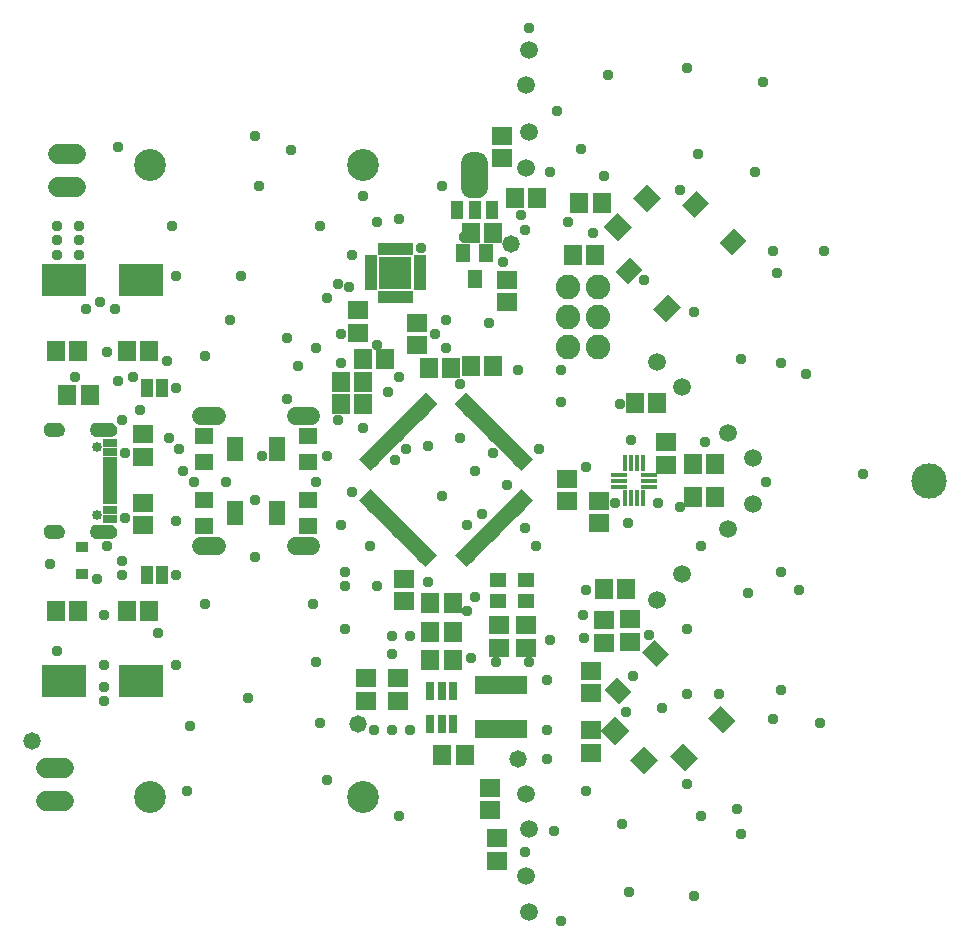
<source format=gbr>
G04 EAGLE Gerber RS-274X export*
G75*
%MOMM*%
%FSLAX34Y34*%
%LPD*%
%INSoldermask Top*%
%IPPOS*%
%AMOC8*
5,1,8,0,0,1.08239X$1,22.5*%
G01*
%ADD10R,1.503200X1.703200*%
%ADD11R,1.703200X1.503200*%
%ADD12C,1.511200*%
%ADD13C,2.703200*%
%ADD14R,0.453200X1.453200*%
%ADD15R,1.453200X0.453200*%
%ADD16R,1.403200X2.003200*%
%ADD17R,1.603200X1.403200*%
%ADD18C,1.511200*%
%ADD19R,1.203200X0.503200*%
%ADD20R,1.203200X0.803200*%
%ADD21C,0.853200*%
%ADD22R,1.803200X1.503200*%
%ADD23R,1.503200X1.803200*%
%ADD24R,3.703200X2.703200*%
%ADD25C,1.727200*%
%ADD26R,0.753200X1.553200*%
%ADD27R,4.403200X1.603200*%
%ADD28R,1.203200X1.603200*%
%ADD29R,1.003200X1.603200*%
%ADD30R,1.000000X1.600000*%
%ADD31C,1.473200*%
%ADD32C,3.003200*%
%ADD33R,1.703200X1.703200*%
%ADD34C,2.082800*%
%ADD35R,1.033200X0.833200*%
%ADD36R,1.403200X1.303200*%
%ADD37R,1.503200X1.753200*%
%ADD38R,1.397000X0.508000*%
%ADD39R,1.003200X0.473200*%
%ADD40R,0.503200X1.053200*%
%ADD41R,1.053200X0.503200*%
%ADD42R,2.753200X2.753200*%
%ADD43C,0.959600*%

G36*
X377738Y639241D02*
X377738Y639241D01*
X378072Y639251D01*
X378149Y639261D01*
X378227Y639265D01*
X378558Y639313D01*
X378890Y639356D01*
X378966Y639373D01*
X379043Y639384D01*
X379368Y639465D01*
X379693Y639539D01*
X379767Y639564D01*
X379843Y639582D01*
X380159Y639694D01*
X380476Y639799D01*
X380547Y639831D01*
X380620Y639857D01*
X380924Y639998D01*
X381229Y640134D01*
X381297Y640172D01*
X381367Y640205D01*
X381656Y640376D01*
X381946Y640540D01*
X382010Y640585D01*
X382077Y640625D01*
X382348Y640822D01*
X382621Y641014D01*
X382680Y641065D01*
X382743Y641111D01*
X382993Y641334D01*
X383246Y641551D01*
X383300Y641607D01*
X383359Y641659D01*
X383586Y641905D01*
X383817Y642146D01*
X383865Y642207D01*
X383918Y642265D01*
X384120Y642530D01*
X384327Y642794D01*
X384369Y642859D01*
X384416Y642921D01*
X384591Y643206D01*
X384772Y643487D01*
X384808Y643557D01*
X384849Y643623D01*
X384995Y643923D01*
X385148Y644221D01*
X385177Y644294D01*
X385211Y644364D01*
X385328Y644677D01*
X385451Y644988D01*
X385472Y645063D01*
X385500Y645136D01*
X385586Y645459D01*
X385678Y645780D01*
X385692Y645857D01*
X385712Y645932D01*
X385767Y646262D01*
X385827Y646591D01*
X385832Y646654D01*
X385847Y646746D01*
X385902Y647568D01*
X385899Y647661D01*
X385903Y647724D01*
X385903Y669474D01*
X385887Y669808D01*
X385877Y670142D01*
X385867Y670219D01*
X385863Y670297D01*
X385815Y670628D01*
X385772Y670960D01*
X385755Y671036D01*
X385744Y671113D01*
X385663Y671438D01*
X385589Y671763D01*
X385564Y671837D01*
X385546Y671913D01*
X385434Y672229D01*
X385329Y672546D01*
X385297Y672617D01*
X385271Y672690D01*
X385130Y672994D01*
X384994Y673299D01*
X384956Y673367D01*
X384923Y673437D01*
X384752Y673726D01*
X384588Y674016D01*
X384543Y674080D01*
X384503Y674147D01*
X384306Y674418D01*
X384114Y674691D01*
X384063Y674750D01*
X384017Y674813D01*
X383794Y675063D01*
X383577Y675316D01*
X383521Y675370D01*
X383469Y675429D01*
X383223Y675656D01*
X382982Y675887D01*
X382921Y675935D01*
X382863Y675988D01*
X382598Y676190D01*
X382335Y676397D01*
X382269Y676439D01*
X382207Y676486D01*
X381922Y676661D01*
X381641Y676842D01*
X381571Y676878D01*
X381505Y676919D01*
X381205Y677065D01*
X380907Y677218D01*
X380834Y677247D01*
X380764Y677281D01*
X380451Y677398D01*
X380140Y677521D01*
X380065Y677542D01*
X379992Y677570D01*
X379669Y677656D01*
X379348Y677748D01*
X379271Y677762D01*
X379196Y677782D01*
X378866Y677837D01*
X378537Y677897D01*
X378474Y677902D01*
X378382Y677917D01*
X377560Y677972D01*
X377467Y677969D01*
X377404Y677973D01*
X372154Y677973D01*
X371820Y677957D01*
X371486Y677947D01*
X371409Y677937D01*
X371331Y677933D01*
X371000Y677885D01*
X370668Y677842D01*
X370592Y677825D01*
X370515Y677814D01*
X370190Y677733D01*
X369865Y677659D01*
X369791Y677634D01*
X369715Y677616D01*
X369399Y677504D01*
X369082Y677399D01*
X369011Y677367D01*
X368938Y677341D01*
X368634Y677200D01*
X368329Y677064D01*
X368261Y677026D01*
X368191Y676993D01*
X367902Y676822D01*
X367612Y676658D01*
X367548Y676613D01*
X367481Y676573D01*
X367210Y676376D01*
X366937Y676184D01*
X366878Y676133D01*
X366815Y676087D01*
X366565Y675864D01*
X366312Y675647D01*
X366258Y675591D01*
X366200Y675539D01*
X365972Y675293D01*
X365741Y675052D01*
X365693Y674991D01*
X365640Y674933D01*
X365438Y674668D01*
X365231Y674405D01*
X365189Y674339D01*
X365142Y674277D01*
X364967Y673992D01*
X364786Y673711D01*
X364750Y673641D01*
X364709Y673575D01*
X364563Y673275D01*
X364410Y672977D01*
X364382Y672904D01*
X364347Y672834D01*
X364230Y672521D01*
X364107Y672210D01*
X364086Y672135D01*
X364058Y672062D01*
X363972Y671739D01*
X363880Y671418D01*
X363866Y671341D01*
X363846Y671266D01*
X363791Y670936D01*
X363731Y670607D01*
X363726Y670544D01*
X363711Y670452D01*
X363656Y669630D01*
X363659Y669537D01*
X363655Y669474D01*
X363655Y647724D01*
X363671Y647390D01*
X363681Y647056D01*
X363691Y646979D01*
X363695Y646901D01*
X363743Y646570D01*
X363786Y646238D01*
X363803Y646162D01*
X363814Y646085D01*
X363895Y645760D01*
X363969Y645435D01*
X363994Y645361D01*
X364012Y645285D01*
X364124Y644969D01*
X364229Y644652D01*
X364261Y644581D01*
X364287Y644508D01*
X364428Y644204D01*
X364564Y643899D01*
X364602Y643831D01*
X364635Y643761D01*
X364806Y643472D01*
X364970Y643182D01*
X365015Y643118D01*
X365055Y643051D01*
X365252Y642780D01*
X365444Y642507D01*
X365495Y642448D01*
X365541Y642385D01*
X365764Y642135D01*
X365981Y641882D01*
X366037Y641828D01*
X366089Y641770D01*
X366335Y641542D01*
X366576Y641311D01*
X366637Y641263D01*
X366695Y641210D01*
X366960Y641008D01*
X367224Y640801D01*
X367289Y640759D01*
X367351Y640712D01*
X367636Y640537D01*
X367917Y640356D01*
X367987Y640320D01*
X368053Y640279D01*
X368353Y640133D01*
X368651Y639980D01*
X368724Y639952D01*
X368794Y639917D01*
X369107Y639800D01*
X369418Y639677D01*
X369493Y639656D01*
X369566Y639628D01*
X369889Y639542D01*
X370210Y639450D01*
X370287Y639436D01*
X370362Y639416D01*
X370692Y639361D01*
X371021Y639301D01*
X371084Y639296D01*
X371176Y639281D01*
X371998Y639226D01*
X372091Y639229D01*
X372154Y639225D01*
X377404Y639225D01*
X377738Y639241D01*
G37*
G36*
X66805Y437154D02*
X66805Y437154D01*
X66807Y437151D01*
X68087Y437346D01*
X68093Y437352D01*
X68097Y437349D01*
X69301Y437824D01*
X69306Y437831D01*
X69311Y437829D01*
X70379Y438560D01*
X70382Y438567D01*
X70388Y438567D01*
X71267Y439517D01*
X71267Y439525D01*
X71273Y439526D01*
X71918Y440647D01*
X71917Y440656D01*
X71923Y440658D01*
X72302Y441895D01*
X72300Y441903D01*
X72304Y441906D01*
X72399Y443196D01*
X72396Y443201D01*
X72399Y443203D01*
X72332Y444334D01*
X72327Y444339D01*
X72331Y444343D01*
X72044Y445440D01*
X72038Y445444D01*
X72041Y445449D01*
X71546Y446468D01*
X71540Y446471D01*
X71541Y446476D01*
X70857Y447379D01*
X70850Y447381D01*
X70850Y447386D01*
X70003Y448139D01*
X69996Y448139D01*
X69995Y448144D01*
X69018Y448717D01*
X69011Y448716D01*
X69009Y448721D01*
X67938Y449092D01*
X67932Y449089D01*
X67929Y449094D01*
X66807Y449249D01*
X66802Y449246D01*
X66800Y449249D01*
X54800Y449249D01*
X54795Y449246D01*
X54792Y449249D01*
X53525Y449044D01*
X53519Y449038D01*
X53515Y449041D01*
X52325Y448559D01*
X52321Y448552D01*
X52315Y448554D01*
X51262Y447820D01*
X51260Y447812D01*
X51254Y447813D01*
X50391Y446863D01*
X50390Y446854D01*
X50385Y446854D01*
X49755Y445735D01*
X49756Y445727D01*
X49750Y445725D01*
X49385Y444495D01*
X49388Y444487D01*
X49383Y444484D01*
X49301Y443203D01*
X49304Y443199D01*
X49301Y443197D01*
X49383Y441916D01*
X49389Y441910D01*
X49385Y441905D01*
X49750Y440675D01*
X49757Y440670D01*
X49755Y440665D01*
X50385Y439546D01*
X50392Y439543D01*
X50391Y439537D01*
X51254Y438587D01*
X51262Y438586D01*
X51262Y438580D01*
X52315Y437846D01*
X52323Y437846D01*
X52325Y437841D01*
X53515Y437359D01*
X53522Y437361D01*
X53525Y437356D01*
X54792Y437151D01*
X54797Y437154D01*
X54800Y437151D01*
X66800Y437151D01*
X66805Y437154D01*
G37*
G36*
X66805Y350754D02*
X66805Y350754D01*
X66807Y350751D01*
X68087Y350946D01*
X68093Y350952D01*
X68097Y350949D01*
X69301Y351424D01*
X69306Y351431D01*
X69311Y351429D01*
X70379Y352160D01*
X70382Y352167D01*
X70388Y352167D01*
X71267Y353117D01*
X71267Y353125D01*
X71273Y353126D01*
X71918Y354247D01*
X71917Y354256D01*
X71923Y354258D01*
X72302Y355495D01*
X72300Y355503D01*
X72304Y355506D01*
X72399Y356796D01*
X72396Y356801D01*
X72399Y356803D01*
X72332Y357934D01*
X72327Y357939D01*
X72331Y357943D01*
X72044Y359040D01*
X72038Y359044D01*
X72041Y359049D01*
X71546Y360068D01*
X71540Y360071D01*
X71541Y360076D01*
X70857Y360979D01*
X70850Y360981D01*
X70850Y360986D01*
X70003Y361739D01*
X69996Y361739D01*
X69995Y361744D01*
X69018Y362317D01*
X69011Y362316D01*
X69009Y362321D01*
X67938Y362692D01*
X67932Y362689D01*
X67929Y362694D01*
X66807Y362849D01*
X66802Y362846D01*
X66800Y362849D01*
X54800Y362849D01*
X54795Y362846D01*
X54792Y362849D01*
X53525Y362644D01*
X53519Y362638D01*
X53515Y362641D01*
X52325Y362159D01*
X52321Y362152D01*
X52315Y362154D01*
X51262Y361420D01*
X51260Y361412D01*
X51254Y361413D01*
X50391Y360463D01*
X50390Y360454D01*
X50385Y360454D01*
X49755Y359335D01*
X49756Y359327D01*
X49750Y359325D01*
X49385Y358095D01*
X49388Y358087D01*
X49383Y358084D01*
X49301Y356803D01*
X49304Y356799D01*
X49301Y356797D01*
X49383Y355516D01*
X49389Y355510D01*
X49385Y355505D01*
X49750Y354275D01*
X49757Y354270D01*
X49755Y354265D01*
X50385Y353146D01*
X50392Y353143D01*
X50391Y353137D01*
X51254Y352187D01*
X51262Y352186D01*
X51262Y352180D01*
X52315Y351446D01*
X52323Y351446D01*
X52325Y351441D01*
X53515Y350959D01*
X53522Y350961D01*
X53525Y350956D01*
X54792Y350751D01*
X54797Y350754D01*
X54800Y350751D01*
X66800Y350751D01*
X66805Y350754D01*
G37*
G36*
X22003Y437153D02*
X22003Y437153D01*
X22005Y437151D01*
X23181Y437262D01*
X23186Y437267D01*
X23190Y437264D01*
X24322Y437602D01*
X24326Y437608D01*
X24331Y437606D01*
X25375Y438158D01*
X25378Y438165D01*
X25383Y438163D01*
X26299Y438909D01*
X26300Y438916D01*
X26306Y438916D01*
X27059Y439826D01*
X27059Y439833D01*
X27064Y439834D01*
X27625Y440873D01*
X27624Y440878D01*
X27628Y440880D01*
X27627Y440881D01*
X27629Y440882D01*
X27976Y442011D01*
X27976Y442012D01*
X27977Y442013D01*
X27974Y442017D01*
X27978Y442020D01*
X28099Y443195D01*
X28095Y443202D01*
X28099Y443206D01*
X27942Y444546D01*
X27937Y444552D01*
X27940Y444557D01*
X27489Y445828D01*
X27482Y445833D01*
X27484Y445838D01*
X26762Y446977D01*
X26754Y446980D01*
X26755Y446986D01*
X25797Y447936D01*
X25789Y447937D01*
X25788Y447943D01*
X24643Y448656D01*
X24635Y448655D01*
X24633Y448661D01*
X23357Y449101D01*
X23350Y449099D01*
X23347Y449103D01*
X22005Y449249D01*
X22002Y449247D01*
X22000Y449249D01*
X16000Y449249D01*
X15997Y449247D01*
X15994Y449249D01*
X14665Y449094D01*
X14659Y449088D01*
X14655Y449091D01*
X13394Y448644D01*
X13389Y448637D01*
X13384Y448639D01*
X12254Y447922D01*
X12251Y447915D01*
X12245Y447916D01*
X11303Y446966D01*
X11302Y446957D01*
X11296Y446957D01*
X10589Y445821D01*
X10590Y445813D01*
X10584Y445811D01*
X10148Y444546D01*
X10150Y444538D01*
X10145Y444536D01*
X10001Y443205D01*
X10005Y443199D01*
X10001Y443195D01*
X10111Y442029D01*
X10116Y442024D01*
X10113Y442020D01*
X10448Y440897D01*
X10454Y440893D01*
X10452Y440889D01*
X11000Y439853D01*
X11006Y439850D01*
X11005Y439845D01*
X11744Y438937D01*
X11751Y438935D01*
X11751Y438930D01*
X12653Y438183D01*
X12661Y438183D01*
X12661Y438178D01*
X13692Y437621D01*
X13699Y437622D01*
X13701Y437617D01*
X14820Y437273D01*
X14827Y437275D01*
X14830Y437271D01*
X15995Y437151D01*
X15998Y437153D01*
X16000Y437151D01*
X22000Y437151D01*
X22003Y437153D01*
G37*
G36*
X22003Y350753D02*
X22003Y350753D01*
X22005Y350751D01*
X23181Y350862D01*
X23186Y350867D01*
X23190Y350864D01*
X24322Y351202D01*
X24326Y351208D01*
X24331Y351206D01*
X25375Y351758D01*
X25378Y351765D01*
X25383Y351763D01*
X26299Y352509D01*
X26300Y352516D01*
X26306Y352516D01*
X27059Y353426D01*
X27059Y353433D01*
X27064Y353434D01*
X27625Y354473D01*
X27624Y354478D01*
X27628Y354480D01*
X27627Y354481D01*
X27629Y354482D01*
X27976Y355611D01*
X27976Y355612D01*
X27977Y355613D01*
X27974Y355617D01*
X27978Y355620D01*
X28099Y356795D01*
X28095Y356802D01*
X28099Y356806D01*
X27942Y358146D01*
X27937Y358152D01*
X27940Y358157D01*
X27489Y359428D01*
X27482Y359433D01*
X27484Y359438D01*
X26762Y360577D01*
X26754Y360580D01*
X26755Y360586D01*
X25797Y361536D01*
X25789Y361537D01*
X25788Y361543D01*
X24643Y362256D01*
X24635Y362255D01*
X24633Y362261D01*
X23357Y362701D01*
X23350Y362699D01*
X23347Y362703D01*
X22005Y362849D01*
X22002Y362847D01*
X22000Y362849D01*
X16000Y362849D01*
X15997Y362847D01*
X15994Y362849D01*
X14665Y362694D01*
X14659Y362688D01*
X14655Y362691D01*
X13394Y362244D01*
X13389Y362237D01*
X13384Y362239D01*
X12254Y361522D01*
X12251Y361515D01*
X12245Y361516D01*
X11303Y360566D01*
X11302Y360557D01*
X11296Y360557D01*
X10589Y359421D01*
X10590Y359413D01*
X10584Y359411D01*
X10148Y358146D01*
X10150Y358138D01*
X10145Y358136D01*
X10001Y356805D01*
X10005Y356799D01*
X10001Y356795D01*
X10111Y355629D01*
X10116Y355624D01*
X10113Y355620D01*
X10448Y354497D01*
X10454Y354493D01*
X10452Y354489D01*
X11000Y353453D01*
X11006Y353450D01*
X11005Y353445D01*
X11744Y352537D01*
X11751Y352535D01*
X11751Y352530D01*
X12653Y351783D01*
X12661Y351783D01*
X12661Y351778D01*
X13692Y351221D01*
X13699Y351222D01*
X13701Y351217D01*
X14820Y350873D01*
X14827Y350875D01*
X14830Y350871D01*
X15995Y350751D01*
X15998Y350753D01*
X16000Y350751D01*
X22000Y350751D01*
X22003Y350753D01*
G37*
D10*
X336116Y495240D03*
X355116Y495240D03*
X477036Y591272D03*
X458036Y591272D03*
D11*
X484192Y281964D03*
X484192Y262964D03*
D10*
X99500Y510000D03*
X80500Y510000D03*
X39500Y510000D03*
X20500Y510000D03*
X99500Y290000D03*
X80500Y290000D03*
X39500Y290000D03*
X20500Y290000D03*
D12*
X143460Y455000D02*
X156540Y455000D01*
X223460Y455000D02*
X236540Y455000D01*
D13*
X100000Y667500D03*
X280000Y667500D03*
D12*
X236540Y345000D02*
X223460Y345000D01*
X156540Y345000D02*
X143460Y345000D01*
D13*
X280000Y132500D03*
X100000Y132500D03*
D14*
X502500Y385000D03*
X507500Y385000D03*
X512500Y385000D03*
X517500Y385000D03*
D15*
X522500Y395000D03*
X522500Y400000D03*
X522500Y405000D03*
D14*
X517500Y415000D03*
X512500Y415000D03*
X507500Y415000D03*
X502500Y415000D03*
D15*
X497500Y405000D03*
X497500Y400000D03*
X497500Y395000D03*
D16*
X207856Y426952D03*
D17*
X233856Y437952D03*
X233856Y415952D03*
D16*
X172144Y426952D03*
D17*
X146144Y415952D03*
X146144Y437952D03*
D16*
X207856Y373048D03*
D17*
X233856Y384048D03*
X233856Y362048D03*
D16*
X172144Y373048D03*
D17*
X146144Y362048D03*
X146144Y384048D03*
D18*
X421307Y694943D03*
X418693Y665057D03*
X421307Y764943D03*
X418693Y735057D03*
X418693Y134943D03*
X421307Y105057D03*
X418693Y64943D03*
X421307Y35057D03*
X529393Y500607D03*
X550607Y479393D03*
X589393Y440607D03*
X610607Y419393D03*
X610607Y380607D03*
X589393Y359393D03*
X550607Y320607D03*
X529393Y299393D03*
D19*
X66600Y392500D03*
X66600Y397500D03*
D20*
X66600Y367750D03*
X66600Y375500D03*
D19*
X66600Y382500D03*
X66600Y387500D03*
X66600Y407500D03*
X66600Y402500D03*
D20*
X66600Y432250D03*
X66600Y424500D03*
D19*
X66600Y417500D03*
X66600Y412500D03*
D21*
X55550Y428900D03*
X55550Y371100D03*
D22*
X387808Y120980D03*
X387808Y139980D03*
D23*
X484148Y307888D03*
X503148Y307888D03*
X529500Y466096D03*
X510500Y466096D03*
X427748Y639368D03*
X408748Y639368D03*
D22*
X394280Y97204D03*
X394280Y78204D03*
D23*
X559644Y386096D03*
X578644Y386096D03*
X559644Y413904D03*
X578644Y413904D03*
D22*
X398096Y672956D03*
X398096Y691956D03*
D10*
X261524Y483336D03*
X280524Y483336D03*
X261524Y464568D03*
X280524Y464568D03*
D24*
X92500Y570000D03*
X27500Y570000D03*
X92500Y230000D03*
X27500Y230000D03*
D25*
X22380Y648730D02*
X37620Y648730D01*
X37620Y676670D02*
X22380Y676670D01*
D26*
X356452Y221895D03*
X346952Y221895D03*
X337452Y221895D03*
X337452Y194393D03*
X346952Y194393D03*
X356452Y194393D03*
D10*
X366452Y168144D03*
X347452Y168144D03*
D11*
X310000Y213884D03*
X310000Y232884D03*
X283048Y213884D03*
X283048Y232884D03*
D10*
X337452Y272048D03*
X356452Y272048D03*
X337260Y296592D03*
X356260Y296592D03*
X337452Y248144D03*
X356452Y248144D03*
D27*
X396952Y189644D03*
X396952Y226644D03*
D23*
X371500Y609600D03*
X390500Y609600D03*
D28*
X374904Y571168D03*
X365404Y593168D03*
X384404Y593168D03*
D29*
X359914Y629414D03*
X389894Y629414D03*
D30*
X374904Y629424D03*
D22*
X402336Y570332D03*
X402336Y551332D03*
D31*
X411480Y164592D03*
X405384Y600456D03*
X276160Y194216D03*
D32*
X760000Y400000D03*
D22*
X506888Y263836D03*
X506888Y282836D03*
D11*
X473840Y219828D03*
X473840Y238828D03*
D33*
G36*
X506427Y163722D02*
X518470Y175765D01*
X530513Y163722D01*
X518470Y151679D01*
X506427Y163722D01*
G37*
G36*
X481679Y188470D02*
X493722Y200513D01*
X505765Y188470D01*
X493722Y176427D01*
X481679Y188470D01*
G37*
G36*
X520662Y627283D02*
X508619Y639326D01*
X520662Y651369D01*
X532705Y639326D01*
X520662Y627283D01*
G37*
G36*
X495914Y602535D02*
X483871Y614578D01*
X495914Y626621D01*
X507957Y614578D01*
X495914Y602535D01*
G37*
D22*
X473544Y188788D03*
X473544Y169788D03*
D23*
X482340Y635088D03*
X463340Y635088D03*
D25*
X27620Y128730D02*
X12380Y128730D01*
X12380Y156670D02*
X27620Y156670D01*
D22*
X315216Y297724D03*
X315216Y316724D03*
D11*
X537176Y432460D03*
X537176Y413460D03*
D22*
X480000Y382836D03*
X480000Y363836D03*
X453320Y401604D03*
X453320Y382604D03*
D34*
X454152Y563880D03*
X479552Y563880D03*
X454152Y538480D03*
X479552Y538480D03*
X454152Y513080D03*
X479552Y513080D03*
D22*
X94488Y362356D03*
X94488Y381356D03*
X94488Y439268D03*
X94488Y420268D03*
D35*
X42672Y320732D03*
X42672Y343732D03*
D36*
X418318Y315902D03*
X394818Y315902D03*
X394818Y298402D03*
X418318Y298402D03*
D11*
X395624Y277724D03*
X395624Y258724D03*
X418192Y277724D03*
X418192Y258724D03*
D37*
G36*
X572504Y198685D02*
X583134Y209315D01*
X595530Y196919D01*
X584900Y186289D01*
X572504Y198685D01*
G37*
G36*
X516289Y254900D02*
X526919Y265530D01*
X539315Y253134D01*
X528685Y242504D01*
X516289Y254900D01*
G37*
G36*
X540685Y166866D02*
X551315Y177496D01*
X563711Y165100D01*
X553081Y154470D01*
X540685Y166866D01*
G37*
G36*
X484470Y223081D02*
X495100Y233711D01*
X507496Y221315D01*
X496866Y210685D01*
X484470Y223081D01*
G37*
G36*
X561315Y622504D02*
X550685Y633134D01*
X563081Y645530D01*
X573711Y634900D01*
X561315Y622504D01*
G37*
G36*
X505100Y566289D02*
X494470Y576919D01*
X506866Y589315D01*
X517496Y578685D01*
X505100Y566289D01*
G37*
G36*
X593134Y590685D02*
X582504Y601315D01*
X594900Y613711D01*
X605530Y603081D01*
X593134Y590685D01*
G37*
G36*
X536919Y534470D02*
X526289Y545100D01*
X538685Y557496D01*
X549315Y546866D01*
X536919Y534470D01*
G37*
D38*
G36*
X361711Y340320D02*
X371589Y330442D01*
X367997Y326850D01*
X358119Y336728D01*
X361711Y340320D01*
G37*
G36*
X365247Y343855D02*
X375125Y333977D01*
X371533Y330385D01*
X361655Y340263D01*
X365247Y343855D01*
G37*
G36*
X368782Y347391D02*
X378660Y337513D01*
X375068Y333921D01*
X365190Y343799D01*
X368782Y347391D01*
G37*
G36*
X372318Y350926D02*
X382196Y341048D01*
X378604Y337456D01*
X368726Y347334D01*
X372318Y350926D01*
G37*
G36*
X375853Y354462D02*
X385731Y344584D01*
X382139Y340992D01*
X372261Y350870D01*
X375853Y354462D01*
G37*
G36*
X379389Y357998D02*
X389267Y348120D01*
X385675Y344528D01*
X375797Y354406D01*
X379389Y357998D01*
G37*
G36*
X382924Y361533D02*
X392802Y351655D01*
X389210Y348063D01*
X379332Y357941D01*
X382924Y361533D01*
G37*
G36*
X386460Y365069D02*
X396338Y355191D01*
X392746Y351599D01*
X382868Y361477D01*
X386460Y365069D01*
G37*
G36*
X389995Y368604D02*
X399873Y358726D01*
X396281Y355134D01*
X386403Y365012D01*
X389995Y368604D01*
G37*
G36*
X393531Y372140D02*
X403409Y362262D01*
X399817Y358670D01*
X389939Y368548D01*
X393531Y372140D01*
G37*
G36*
X397066Y375675D02*
X406944Y365797D01*
X403352Y362205D01*
X393474Y372083D01*
X397066Y375675D01*
G37*
G36*
X400602Y379211D02*
X410480Y369333D01*
X406888Y365741D01*
X397010Y375619D01*
X400602Y379211D01*
G37*
G36*
X404138Y382746D02*
X414016Y372868D01*
X410424Y369276D01*
X400546Y379154D01*
X404138Y382746D01*
G37*
G36*
X407673Y386282D02*
X417551Y376404D01*
X413959Y372812D01*
X404081Y382690D01*
X407673Y386282D01*
G37*
G36*
X411209Y389817D02*
X421087Y379939D01*
X417495Y376347D01*
X407617Y386225D01*
X411209Y389817D01*
G37*
G36*
X414744Y393353D02*
X424622Y383475D01*
X421030Y379883D01*
X411152Y389761D01*
X414744Y393353D01*
G37*
G36*
X411152Y411759D02*
X421030Y421637D01*
X424622Y418045D01*
X414744Y408167D01*
X411152Y411759D01*
G37*
G36*
X407617Y415295D02*
X417495Y425173D01*
X421087Y421581D01*
X411209Y411703D01*
X407617Y415295D01*
G37*
G36*
X404081Y418830D02*
X413959Y428708D01*
X417551Y425116D01*
X407673Y415238D01*
X404081Y418830D01*
G37*
G36*
X400546Y422366D02*
X410424Y432244D01*
X414016Y428652D01*
X404138Y418774D01*
X400546Y422366D01*
G37*
G36*
X397010Y425901D02*
X406888Y435779D01*
X410480Y432187D01*
X400602Y422309D01*
X397010Y425901D01*
G37*
G36*
X393474Y429437D02*
X403352Y439315D01*
X406944Y435723D01*
X397066Y425845D01*
X393474Y429437D01*
G37*
G36*
X389939Y432972D02*
X399817Y442850D01*
X403409Y439258D01*
X393531Y429380D01*
X389939Y432972D01*
G37*
G36*
X386403Y436508D02*
X396281Y446386D01*
X399873Y442794D01*
X389995Y432916D01*
X386403Y436508D01*
G37*
G36*
X382868Y440043D02*
X392746Y449921D01*
X396338Y446329D01*
X386460Y436451D01*
X382868Y440043D01*
G37*
G36*
X379332Y443579D02*
X389210Y453457D01*
X392802Y449865D01*
X382924Y439987D01*
X379332Y443579D01*
G37*
G36*
X375797Y447114D02*
X385675Y456992D01*
X389267Y453400D01*
X379389Y443522D01*
X375797Y447114D01*
G37*
G36*
X372261Y450650D02*
X382139Y460528D01*
X385731Y456936D01*
X375853Y447058D01*
X372261Y450650D01*
G37*
G36*
X368726Y454186D02*
X378604Y464064D01*
X382196Y460472D01*
X372318Y450594D01*
X368726Y454186D01*
G37*
G36*
X365190Y457721D02*
X375068Y467599D01*
X378660Y464007D01*
X368782Y454129D01*
X365190Y457721D01*
G37*
G36*
X361655Y461257D02*
X371533Y471135D01*
X375125Y467543D01*
X365247Y457665D01*
X361655Y461257D01*
G37*
G36*
X358119Y464792D02*
X367997Y474670D01*
X371589Y471078D01*
X361711Y461200D01*
X358119Y464792D01*
G37*
G36*
X339713Y461200D02*
X329835Y471078D01*
X333427Y474670D01*
X343305Y464792D01*
X339713Y461200D01*
G37*
G36*
X336177Y457665D02*
X326299Y467543D01*
X329891Y471135D01*
X339769Y461257D01*
X336177Y457665D01*
G37*
G36*
X332642Y454129D02*
X322764Y464007D01*
X326356Y467599D01*
X336234Y457721D01*
X332642Y454129D01*
G37*
G36*
X329106Y450594D02*
X319228Y460472D01*
X322820Y464064D01*
X332698Y454186D01*
X329106Y450594D01*
G37*
G36*
X325571Y447058D02*
X315693Y456936D01*
X319285Y460528D01*
X329163Y450650D01*
X325571Y447058D01*
G37*
G36*
X322035Y443522D02*
X312157Y453400D01*
X315749Y456992D01*
X325627Y447114D01*
X322035Y443522D01*
G37*
G36*
X318500Y439987D02*
X308622Y449865D01*
X312214Y453457D01*
X322092Y443579D01*
X318500Y439987D01*
G37*
G36*
X314964Y436451D02*
X305086Y446329D01*
X308678Y449921D01*
X318556Y440043D01*
X314964Y436451D01*
G37*
G36*
X311429Y432916D02*
X301551Y442794D01*
X305143Y446386D01*
X315021Y436508D01*
X311429Y432916D01*
G37*
G36*
X307893Y429380D02*
X298015Y439258D01*
X301607Y442850D01*
X311485Y432972D01*
X307893Y429380D01*
G37*
G36*
X304358Y425845D02*
X294480Y435723D01*
X298072Y439315D01*
X307950Y429437D01*
X304358Y425845D01*
G37*
G36*
X300822Y422309D02*
X290944Y432187D01*
X294536Y435779D01*
X304414Y425901D01*
X300822Y422309D01*
G37*
G36*
X297286Y418774D02*
X287408Y428652D01*
X291000Y432244D01*
X300878Y422366D01*
X297286Y418774D01*
G37*
G36*
X293751Y415238D02*
X283873Y425116D01*
X287465Y428708D01*
X297343Y418830D01*
X293751Y415238D01*
G37*
G36*
X290215Y411703D02*
X280337Y421581D01*
X283929Y425173D01*
X293807Y415295D01*
X290215Y411703D01*
G37*
G36*
X286680Y408167D02*
X276802Y418045D01*
X280394Y421637D01*
X290272Y411759D01*
X286680Y408167D01*
G37*
G36*
X290272Y389761D02*
X280394Y379883D01*
X276802Y383475D01*
X286680Y393353D01*
X290272Y389761D01*
G37*
G36*
X293807Y386225D02*
X283929Y376347D01*
X280337Y379939D01*
X290215Y389817D01*
X293807Y386225D01*
G37*
G36*
X297343Y382690D02*
X287465Y372812D01*
X283873Y376404D01*
X293751Y386282D01*
X297343Y382690D01*
G37*
G36*
X300878Y379154D02*
X291000Y369276D01*
X287408Y372868D01*
X297286Y382746D01*
X300878Y379154D01*
G37*
G36*
X304414Y375619D02*
X294536Y365741D01*
X290944Y369333D01*
X300822Y379211D01*
X304414Y375619D01*
G37*
G36*
X307950Y372083D02*
X298072Y362205D01*
X294480Y365797D01*
X304358Y375675D01*
X307950Y372083D01*
G37*
G36*
X311485Y368548D02*
X301607Y358670D01*
X298015Y362262D01*
X307893Y372140D01*
X311485Y368548D01*
G37*
G36*
X315021Y365012D02*
X305143Y355134D01*
X301551Y358726D01*
X311429Y368604D01*
X315021Y365012D01*
G37*
G36*
X318556Y361477D02*
X308678Y351599D01*
X305086Y355191D01*
X314964Y365069D01*
X318556Y361477D01*
G37*
G36*
X322092Y357941D02*
X312214Y348063D01*
X308622Y351655D01*
X318500Y361533D01*
X322092Y357941D01*
G37*
G36*
X325627Y354406D02*
X315749Y344528D01*
X312157Y348120D01*
X322035Y357998D01*
X325627Y354406D01*
G37*
G36*
X329163Y350870D02*
X319285Y340992D01*
X315693Y344584D01*
X325571Y354462D01*
X329163Y350870D01*
G37*
G36*
X332698Y347334D02*
X322820Y337456D01*
X319228Y341048D01*
X329106Y350926D01*
X332698Y347334D01*
G37*
G36*
X336234Y343799D02*
X326356Y333921D01*
X322764Y337513D01*
X332642Y347391D01*
X336234Y343799D01*
G37*
G36*
X339769Y340263D02*
X329891Y330385D01*
X326299Y333977D01*
X336177Y343855D01*
X339769Y340263D01*
G37*
G36*
X343305Y336728D02*
X333427Y326850D01*
X329835Y330442D01*
X339713Y340320D01*
X343305Y336728D01*
G37*
D10*
X371500Y496824D03*
X390500Y496824D03*
D39*
X97382Y483536D03*
X97382Y478536D03*
X97382Y473536D03*
X109882Y473536D03*
X109882Y478536D03*
X109882Y483536D03*
X97382Y325040D03*
X97382Y320040D03*
X97382Y315040D03*
X109882Y315040D03*
X109882Y320040D03*
X109882Y325040D03*
D31*
X0Y180000D03*
D11*
X276144Y544404D03*
X276144Y525404D03*
D10*
X49124Y472440D03*
X30124Y472440D03*
D22*
X326136Y514756D03*
X326136Y533756D03*
D40*
X295348Y596572D03*
X300348Y596572D03*
X305348Y596572D03*
X310348Y596572D03*
X315348Y596572D03*
X320348Y596572D03*
D41*
X328348Y588572D03*
X328348Y583572D03*
X328348Y578572D03*
X328348Y573572D03*
X328348Y568572D03*
X328348Y563572D03*
X287348Y563572D03*
X287348Y568572D03*
X287348Y573572D03*
X287348Y578572D03*
X287348Y583572D03*
X287348Y588572D03*
D40*
X320348Y555572D03*
X315348Y555572D03*
X310348Y555572D03*
X305348Y555572D03*
X300348Y555572D03*
X295348Y555572D03*
D42*
X307848Y576072D03*
D23*
X299060Y502920D03*
X280060Y502920D03*
D43*
X36576Y487680D03*
X60960Y286512D03*
X15240Y329184D03*
X76200Y451104D03*
X320040Y188976D03*
X304800Y188976D03*
X320040Y268224D03*
X39624Y615696D03*
X39624Y603504D03*
X21336Y615696D03*
X21336Y603504D03*
X21336Y591312D03*
X39624Y591312D03*
X195072Y420624D03*
X188976Y384048D03*
X137160Y399288D03*
X243840Y615696D03*
X118872Y615696D03*
X243840Y195072D03*
X134112Y192024D03*
X73152Y682752D03*
X192024Y649224D03*
X131064Y137160D03*
X310896Y115824D03*
X529872Y381000D03*
X188976Y691896D03*
X240792Y246888D03*
X182880Y216408D03*
X249936Y146304D03*
X121920Y243840D03*
X21336Y256032D03*
X289560Y188976D03*
X188976Y335280D03*
X393192Y246888D03*
X420624Y246888D03*
X467868Y266700D03*
X522732Y269748D03*
X374904Y301752D03*
X304800Y268224D03*
X304800Y252984D03*
X429768Y426720D03*
X335280Y313944D03*
X374904Y408432D03*
X448056Y27432D03*
X618744Y737616D03*
X347472Y387096D03*
X280416Y445008D03*
X362712Y481584D03*
X271272Y390144D03*
X350520Y512064D03*
X518160Y569976D03*
X554736Y274320D03*
X502920Y204216D03*
X469392Y137160D03*
X435864Y188976D03*
X435864Y231648D03*
X438912Y661416D03*
X484632Y658368D03*
X487680Y743712D03*
X445008Y713232D03*
X627888Y594360D03*
X560832Y542544D03*
X655320Y490728D03*
X649224Y307848D03*
X606552Y304800D03*
X627888Y198120D03*
X554736Y143256D03*
X600456Y100584D03*
X505968Y51816D03*
X441960Y103632D03*
X569976Y432816D03*
X146304Y295656D03*
X237744Y295656D03*
X219456Y679704D03*
X121920Y573024D03*
X176784Y573024D03*
X64008Y509016D03*
X566448Y344424D03*
X554736Y219456D03*
X533400Y207264D03*
X548640Y646176D03*
X600456Y502920D03*
X582168Y219456D03*
X216408Y469392D03*
X365760Y606552D03*
X670560Y594360D03*
X704088Y405384D03*
X621792Y399288D03*
X667512Y195072D03*
X347472Y649224D03*
X387096Y533400D03*
X399288Y585216D03*
X225552Y496824D03*
X167640Y536448D03*
X146304Y505968D03*
X335280Y429768D03*
X390144Y423672D03*
X262128Y499872D03*
X271272Y591312D03*
X280416Y641058D03*
X249936Y554736D03*
X262128Y524256D03*
X240792Y512064D03*
X216408Y521208D03*
X292608Y618744D03*
X164592Y399288D03*
X240792Y399288D03*
X249936Y420624D03*
X259080Y451104D03*
X371856Y249936D03*
X499872Y109728D03*
X566928Y115824D03*
X466344Y286512D03*
X368808Y289560D03*
X504444Y364236D03*
X402336Y396240D03*
X507492Y434340D03*
X498348Y464820D03*
X435864Y164592D03*
X414528Y624840D03*
X475488Y609600D03*
X57912Y551688D03*
X60960Y225552D03*
X70104Y545592D03*
X45720Y545592D03*
X60960Y213360D03*
X60960Y243840D03*
X54864Y316992D03*
X121920Y478536D03*
X114300Y501396D03*
X420624Y783336D03*
X121920Y320040D03*
X106680Y271272D03*
X438912Y265176D03*
X509016Y234696D03*
X368808Y362712D03*
X265176Y274320D03*
X292608Y310896D03*
X630936Y576072D03*
X612648Y661416D03*
X554736Y749808D03*
X633984Y499872D03*
X350520Y536448D03*
X307848Y417576D03*
X341376Y524256D03*
X316992Y426720D03*
X128016Y408432D03*
X262128Y362712D03*
X121920Y365760D03*
X286512Y344424D03*
X417576Y359664D03*
X469392Y411480D03*
X426720Y344424D03*
X493776Y381000D03*
X124968Y426720D03*
X259080Y566928D03*
X268224Y563880D03*
X115824Y435864D03*
X417576Y85344D03*
X464820Y681228D03*
X548640Y377952D03*
X448056Y493776D03*
X411480Y493776D03*
X454152Y618744D03*
X417576Y612648D03*
X310896Y487680D03*
X85344Y487680D03*
X301752Y475488D03*
X73152Y484632D03*
X265176Y310896D03*
X76200Y320040D03*
X265176Y323088D03*
X76200Y332232D03*
X560832Y48768D03*
X597408Y121920D03*
X633984Y222504D03*
X633984Y323088D03*
X362712Y435864D03*
X448056Y466344D03*
X381000Y371856D03*
X469392Y307848D03*
X563880Y676656D03*
X79248Y423672D03*
X79248Y368808D03*
X64008Y344424D03*
X91440Y460248D03*
X310896Y621792D03*
X329184Y597408D03*
X292608Y515112D03*
M02*

</source>
